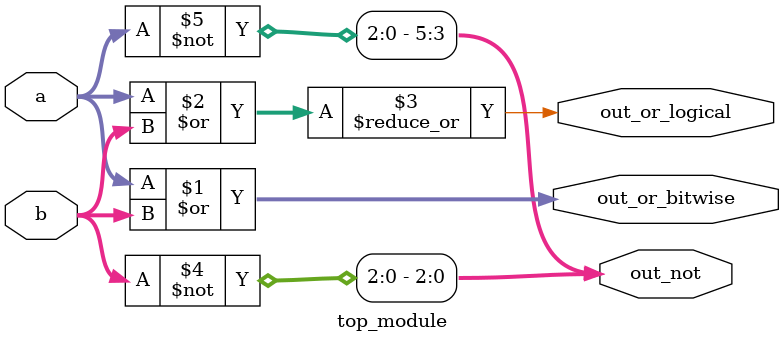
<source format=sv>
module top_module(
	input [2:0] a, 
	input [2:0] b, 
	output [2:0] out_or_bitwise,
	output out_or_logical,
	output [5:0] out_not
);

	assign out_or_bitwise = a | b;
	assign out_or_logical = |(a | b);
	assign out_not = {~a, ~b};

endmodule

</source>
